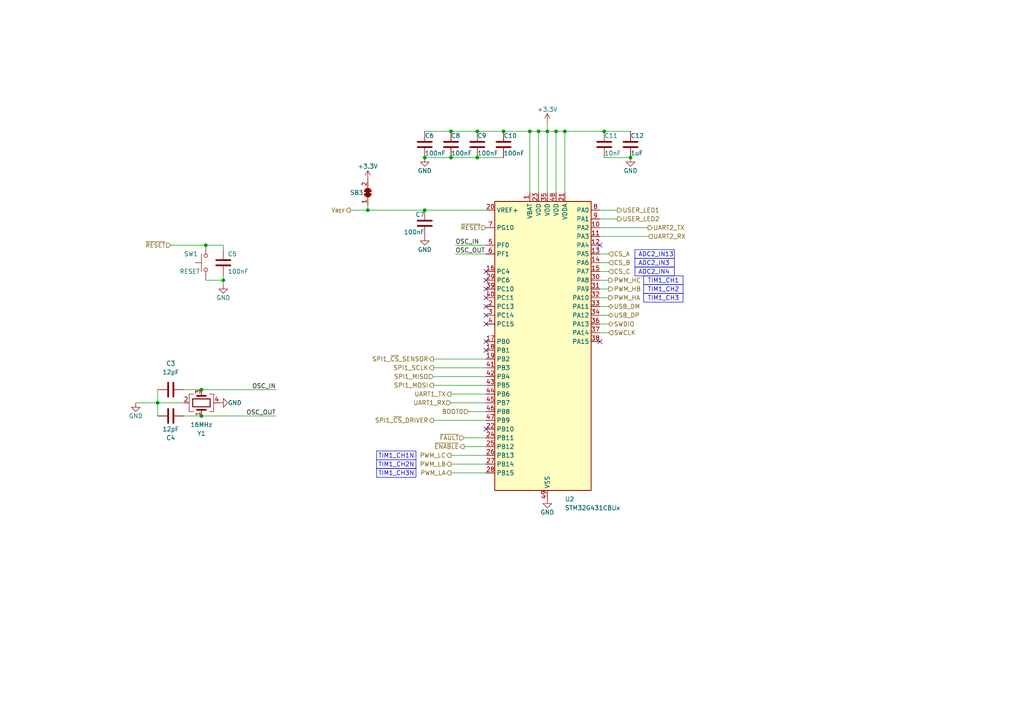
<source format=kicad_sch>
(kicad_sch (version 20250114) (generator "eeschema") (generator_version "9.0")
  (paper "A4")
  (lib_symbols
    (symbol "Device:C" (pin_numbers (hide yes)) (pin_names (offset 0.254))
      (property "Reference" "C" (at 0.635 2.54 0))
      (property "Value" "C" (at 0.635 -2.54 0))
      (symbol "C_0_1"
        (polyline (pts (xy -2.032 0.762) (xy 2.032 0.762)) (stroke (width 0.508)))
        (polyline (pts (xy -2.032 -0.762) (xy 2.032 -0.762)) (stroke (width 0.508)))
      )
      (symbol "C_1_1"
        (pin passive line (at 0 3.81 270) (length 2.794) (name "~") (number "1"))
        (pin passive line (at 0 -3.81 90) (length 2.794) (name "~") (number "2"))
      )
    )
    (symbol "Device:Crystal_GND24" (pin_names (offset 1.016) (hide yes))
      (property "Reference" "Y" (at 3.175 5.08 0))
      (property "Value" "Crystal_GND24" (at 3.175 3.175 0))
      (symbol "Crystal_GND24_0_1"
        (polyline (pts (xy -2.54 2.286) (xy -2.54 3.556) (xy 2.54 3.556) (xy 2.54 2.286)))
        (polyline (pts (xy -2.54 0) (xy -2.032 0)))
        (polyline (pts (xy -2.54 -2.286) (xy -2.54 -3.556) (xy 2.54 -3.556) (xy 2.54 -2.286)))
        (polyline (pts (xy -2.032 -1.27) (xy -2.032 1.27)) (stroke (width 0.508)))
        (rectangle (start -1.143 2.54) (end 1.143 -2.54) (stroke (width 0.3048)))
        (polyline (pts (xy 0 3.556) (xy 0 3.81)))
        (polyline (pts (xy 0 -3.81) (xy 0 -3.556)))
        (polyline (pts (xy 2.032 0) (xy 2.54 0)))
        (polyline (pts (xy 2.032 -1.27) (xy 2.032 1.27)) (stroke (width 0.508)))
      )
      (symbol "Crystal_GND24_1_1"
        (pin passive line (at -3.81 0 0) (length 1.27) (name "1") (number "1"))
        (pin passive line (at 0 5.08 270) (length 1.27) (name "2") (number "2"))
        (pin passive line (at 0 -5.08 90) (length 1.27) (name "4") (number "4"))
        (pin passive line (at 3.81 0 180) (length 1.27) (name "3") (number "3"))
      )
    )
    (symbol "GND_1" (power) (pin_names (offset 0))
      (property "Value" "GND_1" (at 0 -3.81 0))
      (symbol "GND_1_0_1"
        (polyline (pts (xy 0 0) (xy 0 -1.27) (xy 1.27 -1.27) (xy 0 -2.54) (xy -1.27 -1.27) (xy 0 -1.27)))
      )
      (symbol "GND_1_1_1"
        (pin power_in line (at 0 0 270) (length 0) (hide yes) (name "GND") (number "1"))
      )
    )
    (symbol "GND_2" (power) (pin_names (offset 0))
      (property "Value" "GND_2" (at 0 -3.81 0))
      (symbol "GND_2_0_1"
        (polyline (pts (xy 0 0) (xy 0 -1.27) (xy 1.27 -1.27) (xy 0 -2.54) (xy -1.27 -1.27) (xy 0 -1.27)))
      )
      (symbol "GND_2_1_1"
        (pin power_in line (at 0 0 270) (length 0) (hide yes) (name "GND") (number "1"))
      )
    )
    (symbol "Jumper:SolderJumper_2_Bridged" (pin_names (offset 0) (hide yes))
      (property "Reference" "JP" (at 0 2.032 0))
      (property "Value" "SolderJumper_2_Bridged" (at 0 -2.54 0))
      (symbol "SolderJumper_2_Bridged_0_1"
        (rectangle (start -0.508 0.508) (end 0.508 -0.508) (fill (type outline)))
        (polyline (pts (xy -0.254 1.016) (xy -0.254 -1.016)))
        (arc (start -0.254 -1.016) (mid -1.2656 0) (end -0.254 1.016))
        (arc (start -0.254 -1.016) (mid -1.2656 0) (end -0.254 1.016) (fill (type outline)))
        (arc (start 0.254 1.016) (mid 1.2656 0) (end 0.254 -1.016))
        (arc (start 0.254 1.016) (mid 1.2656 0) (end 0.254 -1.016) (fill (type outline)))
        (polyline (pts (xy 0.254 1.016) (xy 0.254 -1.016)))
      )
      (symbol "SolderJumper_2_Bridged_1_1"
        (pin passive line (at -3.81 0 0) (length 2.54) (name "A") (number "1"))
        (pin passive line (at 3.81 0 180) (length 2.54) (name "B") (number "2"))
      )
    )
    (symbol "MCU_ST_STM32G4:STM32G431CBUx"
      (property "Reference" "U" (at -12.7 44.45 0))
      (property "Value" "STM32G431CBUx" (at 10.16 44.45 0))
      (symbol "STM32G431CBUx_0_1"
        (rectangle (start -12.7 -40.64) (end 15.24 43.18) (stroke (width 0.254)) (fill (type background)))
      )
      (symbol "STM32G431CBUx_1_1"
        (pin input line (at -15.24 40.64 0) (length 2.54) (name "VREF+") (number "20"))
        (pin bidirectional line (at -15.24 35.56 0) (length 2.54) (name "PG10") (number "7"))
        (pin bidirectional line (at -15.24 30.48 0) (length 2.54) (name "PF0") (number "5"))
        (pin bidirectional line (at -15.24 27.94 0) (length 2.54) (name "PF1") (number "6"))
        (pin bidirectional line (at -15.24 22.86 0) (length 2.54) (name "PC4") (number "16"))
        (pin bidirectional line (at -15.24 20.32 0) (length 2.54) (name "PC6") (number "29"))
        (pin bidirectional line (at -15.24 17.78 0) (length 2.54) (name "PC10") (number "39"))
        (pin bidirectional line (at -15.24 15.24 0) (length 2.54) (name "PC11") (number "40"))
        (pin bidirectional line (at -15.24 12.7 0) (length 2.54) (name "PC13") (number "2"))
        (pin bidirectional line (at -15.24 10.16 0) (length 2.54) (name "PC14") (number "3"))
        (pin bidirectional line (at -15.24 7.62 0) (length 2.54) (name "PC15") (number "4"))
        (pin bidirectional line (at -15.24 2.54 0) (length 2.54) (name "PB0") (number "17"))
        (pin bidirectional line (at -15.24 0 0) (length 2.54) (name "PB1") (number "18"))
        (pin bidirectional line (at -15.24 -2.54 0) (length 2.54) (name "PB2") (number "19"))
        (pin bidirectional line (at -15.24 -5.08 0) (length 2.54) (name "PB3") (number "41"))
        (pin bidirectional line (at -15.24 -7.62 0) (length 2.54) (name "PB4") (number "42"))
        (pin bidirectional line (at -15.24 -10.16 0) (length 2.54) (name "PB5") (number "43"))
        (pin bidirectional line (at -15.24 -12.7 0) (length 2.54) (name "PB6") (number "44"))
        (pin bidirectional line (at -15.24 -15.24 0) (length 2.54) (name "PB7") (number "45"))
        (pin bidirectional line (at -15.24 -17.78 0) (length 2.54) (name "PB8") (number "46"))
        (pin bidirectional line (at -15.24 -20.32 0) (length 2.54) (name "PB9") (number "47"))
        (pin bidirectional line (at -15.24 -22.86 0) (length 2.54) (name "PB10") (number "22"))
        (pin bidirectional line (at -15.24 -25.4 0) (length 2.54) (name "PB11") (number "24"))
        (pin bidirectional line (at -15.24 -27.94 0) (length 2.54) (name "PB12") (number "25"))
        (pin bidirectional line (at -15.24 -30.48 0) (length 2.54) (name "PB13") (number "26"))
        (pin bidirectional line (at -15.24 -33.02 0) (length 2.54) (name "PB14") (number "27"))
        (pin bidirectional line (at -15.24 -35.56 0) (length 2.54) (name "PB15") (number "28"))
        (pin power_in line (at -2.54 45.72 270) (length 2.54) (name "VBAT") (number "1"))
        (pin power_in line (at 0 45.72 270) (length 2.54) (name "VDD") (number "23"))
        (pin power_in line (at 2.54 45.72 270) (length 2.54) (name "VDD") (number "35"))
        (pin power_in line (at 2.54 -43.18 90) (length 2.54) (name "VSS") (number "49"))
        (pin power_in line (at 5.08 45.72 270) (length 2.54) (name "VDD") (number "48"))
        (pin power_in line (at 7.62 45.72 270) (length 2.54) (name "VDDA") (number "21"))
        (pin bidirectional line (at 17.78 40.64 180) (length 2.54) (name "PA0") (number "8"))
        (pin bidirectional line (at 17.78 38.1 180) (length 2.54) (name "PA1") (number "9"))
        (pin bidirectional line (at 17.78 35.56 180) (length 2.54) (name "PA2") (number "10"))
        (pin bidirectional line (at 17.78 33.02 180) (length 2.54) (name "PA3") (number "11"))
        (pin bidirectional line (at 17.78 30.48 180) (length 2.54) (name "PA4") (number "12"))
        (pin bidirectional line (at 17.78 27.94 180) (length 2.54) (name "PA5") (number "13"))
        (pin bidirectional line (at 17.78 25.4 180) (length 2.54) (name "PA6") (number "14"))
        (pin bidirectional line (at 17.78 22.86 180) (length 2.54) (name "PA7") (number "15"))
        (pin bidirectional line (at 17.78 20.32 180) (length 2.54) (name "PA8") (number "30"))
        (pin bidirectional line (at 17.78 17.78 180) (length 2.54) (name "PA9") (number "31"))
        (pin bidirectional line (at 17.78 15.24 180) (length 2.54) (name "PA10") (number "32"))
        (pin bidirectional line (at 17.78 12.7 180) (length 2.54) (name "PA11") (number "33"))
        (pin bidirectional line (at 17.78 10.16 180) (length 2.54) (name "PA12") (number "34"))
        (pin bidirectional line (at 17.78 7.62 180) (length 2.54) (name "PA13") (number "36"))
        (pin bidirectional line (at 17.78 5.08 180) (length 2.54) (name "PA14") (number "37"))
        (pin bidirectional line (at 17.78 2.54 180) (length 2.54) (name "PA15") (number "38"))
      )
    )
    (symbol "Switch:SW_Push" (pin_numbers (hide yes)) (pin_names (offset 1.016) (hide yes))
      (property "Reference" "SW" (at 1.27 2.54 0))
      (property "Value" "SW_Push" (at 0 -1.524 0))
      (symbol "SW_Push_0_1"
        (circle (center -2.032 0) (radius 0.508))
        (polyline (pts (xy 0 1.27) (xy 0 3.048)))
        (circle (center 2.032 0) (radius 0.508))
        (polyline (pts (xy 2.54 1.27) (xy -2.54 1.27)))
        (pin passive line (at -5.08 0 0) (length 2.54) (name "1") (number "1"))
        (pin passive line (at 5.08 0 180) (length 2.54) (name "2") (number "2"))
      )
    )
    (symbol "power:+3.3V" (power) (pin_names (offset 0))
      (property "Value" "+3.3V" (at 0 3.556 0))
      (symbol "+3.3V_0_1"
        (polyline (pts (xy -0.762 1.27) (xy 0 2.54)))
        (polyline (pts (xy 0 2.54) (xy 0.762 1.27)))
        (polyline (pts (xy 0 0) (xy 0 2.54)))
      )
      (symbol "+3.3V_1_1"
        (pin power_in line (at 0 0 90) (length 0) (hide yes) (name "+3.3V") (number "1"))
      )
    )
    (symbol "power:GND" (power) (pin_names (offset 0))
      (property "Value" "GND" (at 0 -3.81 0))
      (symbol "GND_0_1"
        (polyline (pts (xy 0 0) (xy 0 -1.27) (xy 1.27 -1.27) (xy 0 -2.54) (xy -1.27 -1.27) (xy 0 -1.27)))
      )
      (symbol "GND_1_1"
        (pin power_in line (at 0 0 270) (length 0) (hide yes) (name "GND") (number "1"))
      )
    )
  )
  (text_box "TIM1_CH2" (at 186.69 82.55 0) (size 11.43 2.54) (margins 0.9525 0.9525 0.9525 0.9525) (effects (font (size 1.27 1.27))))
  (text_box "ADC2_IN4" (at 184.15 77.47 0) (size 11.43 2.54) (margins 0.9525 0.9525 0.9525 0.9525) (effects (font (size 1.27 1.27)) (justify left)))
  (text_box "ADC2_IN13" (at 184.15 72.39 0) (size 11.43 2.54) (margins 0.9525 0.9525 0.9525 0.9525) (effects (font (size 1.27 1.27)) (justify left)))
  (text_box "TIM1_CH3N\n" (at 109.22 135.89 0) (size 11.43 2.54) (margins 0.9525 0.9525 0.9525 0.9525) (effects (font (size 1.27 1.27))))
  (text_box "TIM1_CH1" (at 186.69 80.01 0) (size 11.43 2.54) (margins 0.9525 0.9525 0.9525 0.9525) (effects (font (size 1.27 1.27))))
  (text_box "TIM1_CH1N" (at 109.22 130.81 0) (size 11.43 2.54) (margins 0.9525 0.9525 0.9525 0.9525) (effects (font (size 1.27 1.27))))
  (text_box "TIM1_CH2N" (at 109.22 133.35 0) (size 11.43 2.54) (margins 0.9525 0.9525 0.9525 0.9525) (effects (font (size 1.27 1.27))))
  (text_box "TIM1_CH3" (at 186.69 85.09 0) (size 11.43 2.54) (margins 0.9525 0.9525 0.9525 0.9525) (effects (font (size 1.27 1.27))))
  (text_box "ADC2_IN3" (at 184.15 74.93 0) (size 11.43 2.54) (margins 0.9525 0.9525 0.9525 0.9525) (effects (font (size 1.27 1.27)) (justify left)))
  (junction (at 59.69 71.12))
  (junction (at 64.77 81.28))
  (junction (at 153.67 38.1))
  (junction (at 163.83 38.1))
  (junction (at 58.42 120.65))
  (junction (at 175.26 38.1))
  (junction (at 158.75 38.1))
  (junction (at 130.81 45.72))
  (junction (at 146.05 38.1))
  (junction (at 138.43 38.1))
  (junction (at 45.72 116.84))
  (junction (at 156.21 38.1))
  (junction (at 106.68 60.96))
  (junction (at 138.43 45.72))
  (junction (at 182.88 45.72))
  (junction (at 130.81 38.1))
  (junction (at 123.19 60.96))
  (junction (at 58.42 113.03))
  (junction (at 161.29 38.1))
  (junction (at 123.19 45.72))
  (no_connect (at 140.97 88.9))
  (no_connect (at 140.97 91.44))
  (no_connect (at 140.97 124.46))
  (no_connect (at 140.97 83.82))
  (no_connect (at 140.97 78.74))
  (no_connect (at 140.97 86.36))
  (no_connect (at 140.97 81.28))
  (no_connect (at 140.97 101.6))
  (no_connect (at 173.99 71.12))
  (no_connect (at 140.97 93.98))
  (no_connect (at 173.99 99.06))
  (no_connect (at 140.97 99.06))
  (wire (pts (xy 39.37 116.84) (xy 45.72 116.84)))
  (wire (pts (xy 132.08 73.66) (xy 140.97 73.66)))
  (wire (pts (xy 161.29 38.1) (xy 161.29 55.88)))
  (wire (pts (xy 59.69 71.12) (xy 49.53 71.12)))
  (wire (pts (xy 138.43 45.72) (xy 146.05 45.72)))
  (wire (pts (xy 140.97 114.3) (xy 130.81 114.3)))
  (wire (pts (xy 146.05 38.1) (xy 153.67 38.1)))
  (wire (pts (xy 130.81 38.1) (xy 123.19 38.1)))
  (wire (pts (xy 173.99 93.98) (xy 176.53 93.98)))
  (wire (pts (xy 140.97 111.76) (xy 125.73 111.76)))
  (wire (pts (xy 158.75 38.1) (xy 158.75 55.88)))
  (wire (pts (xy 53.34 113.03) (xy 58.42 113.03)))
  (wire (pts (xy 173.99 76.2) (xy 176.53 76.2)))
  (wire (pts (xy 173.99 86.36) (xy 176.53 86.36)))
  (wire (pts (xy 156.21 38.1) (xy 158.75 38.1)))
  (wire (pts (xy 140.97 116.84) (xy 130.81 116.84)))
  (wire (pts (xy 106.68 59.69) (xy 106.68 60.96)))
  (wire (pts (xy 138.43 38.1) (xy 130.81 38.1)))
  (wire (pts (xy 158.75 35.56) (xy 158.75 38.1)))
  (wire (pts (xy 153.67 38.1) (xy 153.67 55.88)))
  (wire (pts (xy 58.42 113.03) (xy 80.01 113.03)))
  (wire (pts (xy 130.81 45.72) (xy 138.43 45.72)))
  (wire (pts (xy 59.69 71.12) (xy 64.77 71.12)))
  (wire (pts (xy 134.62 127) (xy 140.97 127)))
  (wire (pts (xy 64.77 81.28) (xy 64.77 80.01)))
  (wire (pts (xy 125.73 121.92) (xy 140.97 121.92)))
  (wire (pts (xy 132.08 71.12) (xy 140.97 71.12)))
  (wire (pts (xy 175.26 45.72) (xy 182.88 45.72)))
  (wire (pts (xy 53.34 120.65) (xy 58.42 120.65)))
  (wire (pts (xy 64.77 81.28) (xy 64.77 82.55)))
  (wire (pts (xy 161.29 38.1) (xy 158.75 38.1)))
  (wire (pts (xy 135.89 119.38) (xy 140.97 119.38)))
  (wire (pts (xy 45.72 116.84) (xy 53.34 116.84)))
  (wire (pts (xy 123.19 45.72) (xy 130.81 45.72)))
  (wire (pts (xy 45.72 113.03) (xy 45.72 116.84)))
  (wire (pts (xy 123.19 60.96) (xy 140.97 60.96)))
  (wire (pts (xy 130.81 137.16) (xy 140.97 137.16)))
  (wire (pts (xy 64.77 71.12) (xy 64.77 72.39)))
  (wire (pts (xy 173.99 66.04) (xy 187.96 66.04)))
  (wire (pts (xy 45.72 116.84) (xy 45.72 120.65)))
  (wire (pts (xy 140.97 106.68) (xy 125.73 106.68)))
  (wire (pts (xy 156.21 38.1) (xy 156.21 55.88)))
  (wire (pts (xy 163.83 38.1) (xy 163.83 55.88)))
  (wire (pts (xy 173.99 88.9) (xy 176.53 88.9)))
  (wire (pts (xy 163.83 38.1) (xy 175.26 38.1)))
  (wire (pts (xy 175.26 38.1) (xy 182.88 38.1)))
  (wire (pts (xy 134.62 129.54) (xy 140.97 129.54)))
  (wire (pts (xy 140.97 109.22) (xy 125.73 109.22)))
  (wire (pts (xy 146.05 38.1) (xy 138.43 38.1)))
  (wire (pts (xy 59.69 81.28) (xy 64.77 81.28)))
  (wire (pts (xy 130.81 132.08) (xy 140.97 132.08)))
  (wire (pts (xy 179.07 60.96) (xy 173.99 60.96)))
  (wire (pts (xy 173.99 81.28) (xy 176.53 81.28)))
  (wire (pts (xy 106.68 60.96) (xy 123.19 60.96)))
  (wire (pts (xy 173.99 96.52) (xy 176.53 96.52)))
  (wire (pts (xy 130.81 134.62) (xy 140.97 134.62)))
  (wire (pts (xy 153.67 38.1) (xy 156.21 38.1)))
  (wire (pts (xy 173.99 73.66) (xy 176.53 73.66)))
  (wire (pts (xy 173.99 83.82) (xy 176.53 83.82)))
  (wire (pts (xy 173.99 91.44) (xy 176.53 91.44)))
  (wire (pts (xy 173.99 68.58) (xy 187.96 68.58)))
  (wire (pts (xy 101.6 60.96) (xy 106.68 60.96)))
  (wire (pts (xy 125.73 104.14) (xy 140.97 104.14)))
  (wire (pts (xy 179.07 63.5) (xy 173.99 63.5)))
  (wire (pts (xy 173.99 78.74) (xy 176.53 78.74)))
  (wire (pts (xy 161.29 38.1) (xy 163.83 38.1)))
  (wire (pts (xy 58.42 120.65) (xy 80.01 120.65)))
  (label "OSC_IN" (at 132.08 71.12 0))
  (label "OSC_OUT" (at 132.08 73.66 0))
  (label "OSC_IN" (at 80.01 113.03 180))
  (label "OSC_OUT" (at 80.01 120.65 180))
  (hierarchical_label "SWDIO" (shape bidirectional) (at 176.53 93.98 0))
  (hierarchical_label "~{RESET}" (shape input) (at 140.97 66.04 180))
  (hierarchical_label "PWM_LC" (shape output) (at 130.81 132.08 180))
  (hierarchical_label "UART2_RX" (shape input) (at 187.96 68.58 0))
  (hierarchical_label "SPI1_MISO" (shape input) (at 125.73 109.22 180))
  (hierarchical_label "CS_C" (shape input) (at 176.53 78.74 0))
  (hierarchical_label "UART1_TX" (shape output) (at 130.81 114.3 180))
  (hierarchical_label "PWM_LB" (shape output) (at 130.81 134.62 180))
  (hierarchical_label "~{ENABLE}" (shape output) (at 134.62 129.54 180))
  (hierarchical_label "SPI1_MOSI" (shape output) (at 125.73 111.76 180))
  (hierarchical_label "BOOT0" (shape input) (at 135.89 119.38 180))
  (hierarchical_label "SPI1_SCLK" (shape output) (at 125.73 106.68 180))
  (hierarchical_label "CS_A" (shape input) (at 176.53 73.66 0))
  (hierarchical_label "USER_LED1" (shape output) (at 179.07 60.96 0))
  (hierarchical_label "PWM_HB" (shape output) (at 176.53 83.82 0))
  (hierarchical_label "UART2_TX" (shape output) (at 187.96 66.04 0))
  (hierarchical_label "V_{REF}" (shape output) (at 101.6 60.96 180))
  (hierarchical_label "CS_B" (shape input) (at 176.53 76.2 0))
  (hierarchical_label "SWCLK" (shape input) (at 176.53 96.52 0))
  (hierarchical_label "PWM_HC" (shape output) (at 176.53 81.28 0))
  (hierarchical_label "~{FAULT}" (shape input) (at 134.62 127 180))
  (hierarchical_label "USB_DM" (shape bidirectional) (at 176.53 88.9 0))
  (hierarchical_label "USER_LED2" (shape output) (at 179.07 63.5 0))
  (hierarchical_label "SPI1_~{CS}_DRIVER" (shape output) (at 125.73 121.92 180))
  (hierarchical_label "PWM_HA" (shape output) (at 176.53 86.36 0))
  (hierarchical_label "UART1_RX" (shape input) (at 130.81 116.84 180))
  (hierarchical_label "PWM_LA" (shape output) (at 130.81 137.16 180))
  (hierarchical_label "SPI1_~{CS}_SENSOR" (shape output) (at 125.73 104.14 180))
  (hierarchical_label "USB_DP" (shape bidirectional) (at 176.53 91.44 0))
  (hierarchical_label "~{RESET}" (shape input) (at 49.53 71.12 180))
  (symbol (lib_id "Device:C") (at 123.19 64.77 0) (mirror y) (unit 1)
    (property "Reference" "C7" (at 123.19 62.23 0) (effects (justify left)))
    (property "Value" "100nF" (at 123.19 67.31 0) (effects (justify left)))
    (property "Footprint" "Capacitor_SMD:C_0402_1005Metric" (effects (hide yes)))
    (property "MFR. Part#" "CL05B104KO5NNNC" (effects (hide yes)))
    (property "LCSC Part #" "C1525" (effects (hide yes)))
    (instances (project "moco-oi401" (path "" (reference "C7") (unit 1))) (project "moco-od501" (path "" (reference "C?") (unit 1))))
  )
  (symbol (lib_id "Device:C") (at 175.26 41.91 0) (unit 1)
    (property "Reference" "C11" (at 175.26 39.37 0) (effects (justify left)))
    (property "Value" "10nF" (at 175.26 44.45 0) (effects (justify left)))
    (property "Footprint" "Capacitor_SMD:C_0402_1005Metric" (effects (hide yes)))
    (property "MFR. Part#" "CL05B103KB5NNNC" (effects (hide yes)))
    (property "LCSC Part #" "C15195" (effects (hide yes)))
    (instances (project "moco-oi401" (path "" (reference "C11") (unit 1))) (project "moco-od501" (path "" (reference "C?") (unit 1))))
  )
  (symbol (lib_id "power:+3.3V") (at 106.68 52.07 0) (unit 1)
    (property "Reference" "#PWR015" (effects (hide yes)))
    (property "Value" "+3.3V" (at 106.68 48.26 0))
    (instances (project "moco-oi401" (path "" (reference "#PWR015") (unit 1))) (project "moco-od501" (path "" (reference "#PWR?") (unit 1))))
  )
  (symbol (lib_id "power:GND") (at 182.88 45.72 0) (unit 1)
    (property "Reference" "#PWR020" (effects (hide yes)))
    (property "Value" "GND" (at 182.88 49.53 0))
    (instances (project "moco-oi401" (path "" (reference "#PWR020") (unit 1))) (project "moco-od501" (path "" (reference "#PWR?") (unit 1))))
  )
  (symbol (lib_id "Device:C") (at 138.43 41.91 0) (unit 1)
    (property "Reference" "C9" (at 138.43 39.37 0) (effects (justify left)))
    (property "Value" "100nF" (at 138.43 44.45 0) (effects (justify left)))
    (property "Footprint" "Capacitor_SMD:C_0402_1005Metric" (effects (hide yes)))
    (property "MFR. Part#" "CL05B104KO5NNNC" (effects (hide yes)))
    (property "LCSC Part #" "C1525" (effects (hide yes)))
    (instances (project "moco-oi401" (path "" (reference "C9") (unit 1))) (project "moco-od501" (path "" (reference "C?") (unit 1))))
  )
  (symbol (lib_id "power:GND") (at 64.77 82.55 0) (unit 1)
    (property "Reference" "#PWR014" (effects (hide yes)))
    (property "Value" "GND" (at 64.77 86.36 0))
    (instances (project "moco-oi401" (path "" (reference "#PWR014") (unit 1))) (project "moco-od501" (path "" (reference "#PWR?") (unit 1))))
  )
  (symbol (lib_id "power:GND") (at 123.19 68.58 0) (mirror y) (unit 1)
    (property "Reference" "#PWR017" (effects (hide yes)))
    (property "Value" "GND" (at 123.19 72.39 0))
    (instances (project "moco-oi401" (path "" (reference "#PWR017") (unit 1))) (project "moco-od501" (path "" (reference "#PWR?") (unit 1))))
  )
  (symbol (lib_id "Device:C") (at 64.77 76.2 0) (unit 1)
    (property "Reference" "C5" (at 66.04 73.66 0) (effects (justify left)))
    (property "Value" "100nF" (at 66.04 78.74 0) (effects (justify left)))
    (property "Footprint" "Capacitor_SMD:C_0402_1005Metric" (effects (hide yes)))
    (property "MFR. Part#" "CL05B104KO5NNNC" (effects (hide yes)))
    (property "LCSC Part #" "C1525" (effects (hide yes)))
    (instances (project "moco-oi401" (path "" (reference "C5") (unit 1))) (project "moco-od501" (path "" (reference "C?") (unit 1))))
  )
  (symbol (lib_id "power:GND") (at 158.75 144.78 0) (mirror y) (unit 1)
    (property "Reference" "#PWR019" (effects (hide yes)))
    (property "Value" "GND" (at 158.75 148.59 0))
    (instances (project "moco-oi401" (path "" (reference "#PWR019") (unit 1))) (project "moco-od501" (path "" (reference "#PWR?") (unit 1))))
  )
  (symbol (lib_name "GND_1") (lib_id "power:GND") (at 39.37 116.84 0) (unit 1)
    (property "Reference" "#PWR012" (effects (hide yes)))
    (property "Value" "GND" (at 39.37 120.65 0))
    (instances (project "moco-oi401" (path "" (reference "#PWR012") (unit 1))) (project "moco-od501" (path "" (reference "#PWR?") (unit 1))))
  )
  (symbol (lib_id "Device:C") (at 49.53 113.03 90) (unit 1)
    (property "Reference" "C3" (at 49.53 105.41 90))
    (property "Value" "12pF" (at 49.53 107.95 90))
    (property "Footprint" "Capacitor_SMD:C_0402_1005Metric" (effects (hide yes)))
    (property "MFR. Part#" "0402CG120J500NT" (effects (hide yes)))
    (property "LCSC Part #" "C1547" (effects (hide yes)))
    (instances (project "moco-oi401" (path "" (reference "C3") (unit 1))) (project "moco-od501" (path "" (reference "C?") (unit 1))))
  )
  (symbol (lib_id "Device:C") (at 49.53 120.65 90) (unit 1)
    (property "Reference" "C4" (at 49.53 127 90))
    (property "Value" "12pF" (at 49.53 124.46 90))
    (property "Footprint" "Capacitor_SMD:C_0402_1005Metric" (effects (hide yes)))
    (property "MFR. Part#" "0402CG120J500NT" (effects (hide yes)))
    (property "LCSC Part #" "C1547" (effects (hide yes)))
    (instances (project "moco-oi401" (path "" (reference "C4") (unit 1))) (project "moco-od501" (path "" (reference "C?") (unit 1))))
  )
  (symbol (lib_id "Device:C") (at 130.81 41.91 0) (unit 1)
    (property "Reference" "C8" (at 130.81 39.37 0) (effects (justify left)))
    (property "Value" "100nF" (at 130.81 44.45 0) (effects (justify left)))
    (property "Footprint" "Capacitor_SMD:C_0402_1005Metric" (effects (hide yes)))
    (property "MFR. Part#" "CL05B104KO5NNNC" (effects (hide yes)))
    (property "LCSC Part #" "C1525" (effects (hide yes)))
    (instances (project "moco-oi401" (path "" (reference "C8") (unit 1))) (project "moco-od501" (path "" (reference "C?") (unit 1))))
  )
  (symbol (lib_name "GND_2") (lib_id "power:GND") (at 63.5 116.84 90) (unit 1)
    (property "Reference" "#PWR013" (effects (hide yes)))
    (property "Value" "GND" (at 66.04 116.84 90) (effects (justify right)))
    (instances (project "moco-oi401" (path "" (reference "#PWR013") (unit 1))) (project "moco-od501" (path "" (reference "#PWR?") (unit 1))))
  )
  (symbol (lib_id "Switch:SW_Push") (at 59.69 76.2 90) (unit 1)
    (property "Reference" "SW1" (at 53.34 73.66 90) (effects (justify right)))
    (property "Value" "RESET" (at 52.07 78.74 90) (effects (justify right)))
    (property "Footprint" "Button_Switch_SMD:SW_SPST_TS-1088-xR020" (effects (hide yes)))
    (property "MFR. Part#" "XUNPU TS-1088-AR02016" (effects (hide yes)))
    (property "LCSC Part #" "C720477" (effects (hide yes)))
    (instances (project "moco-oi401" (path "" (reference "SW1") (unit 1))) (project "moco-od501" (path "" (reference "SW?") (unit 1))))
  )
  (symbol (lib_id "Device:Crystal_GND24") (at 58.42 116.84 90) (unit 1)
    (property "Reference" "Y1" (at 58.42 125.73 90))
    (property "Value" "16MHz" (at 58.42 123.19 90))
    (property "Footprint" "Crystal:Crystal_SMD_3225-4Pin_3.2x2.5mm" (effects (hide yes)))
    (property "MFR. Part#" "X322516MLB4SI" (effects (hide yes)))
    (property "LCSC Part #" "C13738" (effects (hide yes)))
    (instances (project "moco-oi401" (path "" (reference "Y1") (unit 1))) (project "moco-od501" (path "" (reference "Y?") (unit 1))))
  )
  (symbol (lib_id "power:GND") (at 123.19 45.72 0) (unit 1)
    (property "Reference" "#PWR016" (effects (hide yes)))
    (property "Value" "GND" (at 123.19 49.53 0))
    (instances (project "moco-oi401" (path "" (reference "#PWR016") (unit 1))) (project "moco-od501" (path "" (reference "#PWR?") (unit 1))))
  )
  (symbol (lib_id "Device:C") (at 123.19 41.91 0) (unit 1)
    (property "Reference" "C6" (at 123.19 39.37 0) (effects (justify left)))
    (property "Value" "100nF" (at 123.19 44.45 0) (effects (justify left)))
    (property "Footprint" "Capacitor_SMD:C_0402_1005Metric" (effects (hide yes)))
    (property "MFR. Part#" "CL05B104KO5NNNC" (effects (hide yes)))
    (property "LCSC Part #" "C1525" (effects (hide yes)))
    (instances (project "moco-oi401" (path "" (reference "C6") (unit 1))) (project "moco-od501" (path "" (reference "C?") (unit 1))))
  )
  (symbol (lib_id "Jumper:SolderJumper_2_Bridged") (at 106.68 55.88 270) (mirror x) (unit 1)
    (property "Reference" "SB3" (at 105.41 55.88 90) (effects (justify right)))
    (property "Value" "SolderJumper_2_Bridged" (effects (hide yes)))
    (property "Footprint" "Jumper:SolderJumper-2_P1.3mm_Bridged_RoundedPad1.0x1.5mm" (effects (hide yes)))
  )
  (symbol (lib_id "Device:C") (at 182.88 41.91 0) (unit 1)
    (property "Reference" "C12" (at 182.88 39.37 0) (effects (justify left)))
    (property "Value" "1uF" (at 182.88 44.45 0) (effects (justify left)))
    (property "Footprint" "Capacitor_SMD:C_0402_1005Metric" (effects (hide yes)))
    (property "MFR. Part#" "CL05A105KA5NQNC" (effects (hide yes)))
    (property "LCSC Part #" "C52923" (effects (hide yes)))
    (instances (project "moco-oi401" (path "" (reference "C12") (unit 1))) (project "moco-od501" (path "" (reference "C?") (unit 1))))
  )
  (symbol (lib_id "MCU_ST_STM32G4:STM32G431CBUx") (at 156.21 101.6 0) (unit 1)
    (property "Reference" "U2" (at 163.83 144.78 0) (effects (justify left)))
    (property "Value" "STM32G431CBUx" (at 163.83 147.32 0) (effects (justify left)))
    (property "Footprint" "Package_DFN_QFN:QFN-48-1EP_7x7mm_P0.5mm_EP5.6x5.6mm" (effects (hide yes)))
    (property "Datasheet" "https://www.st.com/resource/en/datasheet/stm32g431cb.pdf" (effects (hide yes)))
    (property "MFR. Part#" "STM32G431CBU6" (effects (hide yes)))
    (property "LCSC Part #" "C529356" (effects (hide yes)))
    (property "FT Rotation Offset" "180" (effects (hide yes)))
    (instances (project "moco-oi401" (path "" (reference "U2") (unit 1))) (project "moco-od501" (path "" (reference "U?") (unit 1))))
  )
  (symbol (lib_id "power:+3.3V") (at 158.75 35.56 0) (unit 1)
    (property "Reference" "#PWR018" (effects (hide yes)))
    (property "Value" "+3.3V" (at 158.75 31.75 0))
    (instances (project "moco-oi401" (path "" (reference "#PWR018") (unit 1))) (project "moco-od501" (path "" (reference "#PWR?") (unit 1))))
  )
  (symbol (lib_id "Device:C") (at 146.05 41.91 0) (unit 1)
    (property "Reference" "C10" (at 146.05 39.37 0) (effects (justify left)))
    (property "Value" "100nF" (at 146.05 44.45 0) (effects (justify left)))
    (property "Footprint" "Capacitor_SMD:C_0402_1005Metric" (effects (hide yes)))
    (property "MFR. Part#" "CL05B104KO5NNNC" (effects (hide yes)))
    (property "LCSC Part #" "C1525" (effects (hide yes)))
    (instances (project "moco-oi401" (path "" (reference "C10") (unit 1))) (project "moco-od501" (path "" (reference "C?") (unit 1))))
  )
)
</source>
